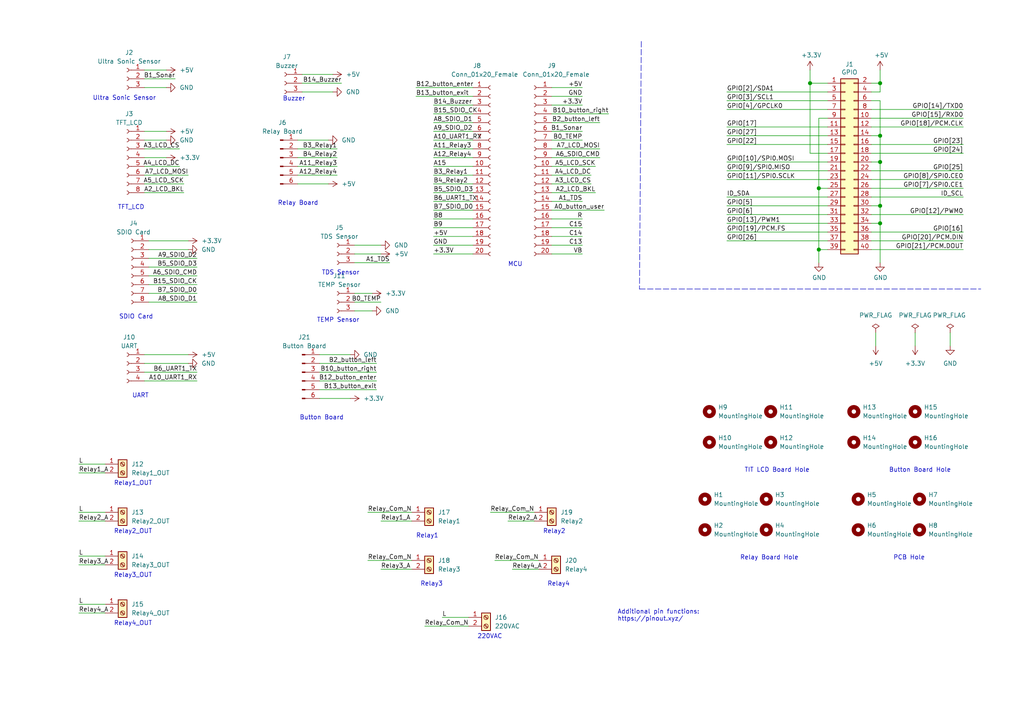
<source format=kicad_sch>
(kicad_sch (version 20211123) (generator eeschema)
  (paper "A4")
  (title_block (title "Aquarium") (date "2022-10-31") (rev "1.0"))
  (lib_symbols
    (symbol "Connector:Conn_01x03_Female" (pin_names (offset 1.016) hide)
      (property "Reference" "J" (at 0 5.08 0))
      (property "Value" "Conn_01x03_Female" (at 0 -5.08 0))
      (symbol "Conn_01x03_Female_1_1"
        (arc (start 0 -2.032) (mid -0.508 -2.54) (end 0 -3.048) (stroke (width 0.1524)))
        (polyline (pts (xy -1.27 -2.54) (xy -0.508 -2.54)) (stroke (width 0.1524)))
        (polyline (pts (xy -1.27 0) (xy -0.508 0)) (stroke (width 0.1524)))
        (polyline (pts (xy -1.27 2.54) (xy -0.508 2.54)) (stroke (width 0.1524)))
        (arc (start 0 0.508) (mid -0.508 0) (end 0 -0.508) (stroke (width 0.1524)))
        (arc (start 0 3.048) (mid -0.508 2.54) (end 0 2.032) (stroke (width 0.1524)))
        (pin passive line (at -5.08 2.54 0) (length 3.81) (name "Pin_1") (number "1"))
        (pin passive line (at -5.08 0 0) (length 3.81) (name "Pin_2") (number "2"))
        (pin passive line (at -5.08 -2.54 0) (length 3.81) (name "Pin_3") (number "3"))
      )
    )
    (symbol "Connector:Conn_01x04_Female" (pin_names (offset 1.016) hide)
      (property "Reference" "J" (at 0 5.08 0))
      (property "Value" "Conn_01x04_Female" (at 0 -7.62 0))
      (symbol "Conn_01x04_Female_1_1"
        (arc (start 0 -4.572) (mid -0.508 -5.08) (end 0 -5.588) (stroke (width 0.1524)))
        (arc (start 0 -2.032) (mid -0.508 -2.54) (end 0 -3.048) (stroke (width 0.1524)))
        (polyline (pts (xy -1.27 -5.08) (xy -0.508 -5.08)) (stroke (width 0.1524)))
        (polyline (pts (xy -1.27 -2.54) (xy -0.508 -2.54)) (stroke (width 0.1524)))
        (polyline (pts (xy -1.27 0) (xy -0.508 0)) (stroke (width 0.1524)))
        (polyline (pts (xy -1.27 2.54) (xy -0.508 2.54)) (stroke (width 0.1524)))
        (arc (start 0 0.508) (mid -0.508 0) (end 0 -0.508) (stroke (width 0.1524)))
        (arc (start 0 3.048) (mid -0.508 2.54) (end 0 2.032) (stroke (width 0.1524)))
        (pin passive line (at -5.08 2.54 0) (length 3.81) (name "Pin_1") (number "1"))
        (pin passive line (at -5.08 0 0) (length 3.81) (name "Pin_2") (number "2"))
        (pin passive line (at -5.08 -2.54 0) (length 3.81) (name "Pin_3") (number "3"))
        (pin passive line (at -5.08 -5.08 0) (length 3.81) (name "Pin_4") (number "4"))
      )
    )
    (symbol "Connector:Conn_01x06_Male" (pin_names (offset 1.016) hide)
      (property "Reference" "J" (at 0 7.62 0))
      (property "Value" "Conn_01x06_Male" (at 0 -10.16 0))
      (symbol "Conn_01x06_Male_1_1"
        (polyline (pts (xy 1.27 -7.62) (xy 0.8636 -7.62)) (stroke (width 0.1524)))
        (polyline (pts (xy 1.27 -5.08) (xy 0.8636 -5.08)) (stroke (width 0.1524)))
        (polyline (pts (xy 1.27 -2.54) (xy 0.8636 -2.54)) (stroke (width 0.1524)))
        (polyline (pts (xy 1.27 0) (xy 0.8636 0)) (stroke (width 0.1524)))
        (polyline (pts (xy 1.27 2.54) (xy 0.8636 2.54)) (stroke (width 0.1524)))
        (polyline (pts (xy 1.27 5.08) (xy 0.8636 5.08)) (stroke (width 0.1524)))
        (rectangle (start 0.8636 -7.493) (end 0 -7.747) (stroke (width 0.1524)) (fill (type outline)))
        (rectangle (start 0.8636 -4.953) (end 0 -5.207) (stroke (width 0.1524)) (fill (type outline)))
        (rectangle (start 0.8636 -2.413) (end 0 -2.667) (stroke (width 0.1524)) (fill (type outline)))
        (rectangle (start 0.8636 0.127) (end 0 -0.127) (stroke (width 0.1524)) (fill (type outline)))
        (rectangle (start 0.8636 2.667) (end 0 2.413) (stroke (width 0.1524)) (fill (type outline)))
        (rectangle (start 0.8636 5.207) (end 0 4.953) (stroke (width 0.1524)) (fill (type outline)))
        (pin passive line (at 5.08 5.08 180) (length 3.81) (name "Pin_1") (number "1"))
        (pin passive line (at 5.08 2.54 180) (length 3.81) (name "Pin_2") (number "2"))
        (pin passive line (at 5.08 0 180) (length 3.81) (name "Pin_3") (number "3"))
        (pin passive line (at 5.08 -2.54 180) (length 3.81) (name "Pin_4") (number "4"))
        (pin passive line (at 5.08 -5.08 180) (length 3.81) (name "Pin_5") (number "5"))
        (pin passive line (at 5.08 -7.62 180) (length 3.81) (name "Pin_6") (number "6"))
      )
    )
    (symbol "Connector:Conn_01x08_Female" (pin_names (offset 1.016) hide)
      (property "Reference" "J" (at 0 10.16 0))
      (property "Value" "Conn_01x08_Female" (at 0 -12.7 0))
      (symbol "Conn_01x08_Female_1_1"
        (arc (start 0 -9.652) (mid -0.508 -10.16) (end 0 -10.668) (stroke (width 0.1524)))
        (arc (start 0 -7.112) (mid -0.508 -7.62) (end 0 -8.128) (stroke (width 0.1524)))
        (arc (start 0 -4.572) (mid -0.508 -5.08) (end 0 -5.588) (stroke (width 0.1524)))
        (arc (start 0 -2.032) (mid -0.508 -2.54) (end 0 -3.048) (stroke (width 0.1524)))
        (polyline (pts (xy -1.27 -10.16) (xy -0.508 -10.16)) (stroke (width 0.1524)))
        (polyline (pts (xy -1.27 -7.62) (xy -0.508 -7.62)) (stroke (width 0.1524)))
        (polyline (pts (xy -1.27 -5.08) (xy -0.508 -5.08)) (stroke (width 0.1524)))
        (polyline (pts (xy -1.27 -2.54) (xy -0.508 -2.54)) (stroke (width 0.1524)))
        (polyline (pts (xy -1.27 0) (xy -0.508 0)) (stroke (width 0.1524)))
        (polyline (pts (xy -1.27 2.54) (xy -0.508 2.54)) (stroke (width 0.1524)))
        (polyline (pts (xy -1.27 5.08) (xy -0.508 5.08)) (stroke (width 0.1524)))
        (polyline (pts (xy -1.27 7.62) (xy -0.508 7.62)) (stroke (width 0.1524)))
        (arc (start 0 0.508) (mid -0.508 0) (end 0 -0.508) (stroke (width 0.1524)))
        (arc (start 0 3.048) (mid -0.508 2.54) (end 0 2.032) (stroke (width 0.1524)))
        (arc (start 0 5.588) (mid -0.508 5.08) (end 0 4.572) (stroke (width 0.1524)))
        (arc (start 0 8.128) (mid -0.508 7.62) (end 0 7.112) (stroke (width 0.1524)))
        (pin passive line (at -5.08 7.62 0) (length 3.81) (name "Pin_1") (number "1"))
        (pin passive line (at -5.08 5.08 0) (length 3.81) (name "Pin_2") (number "2"))
        (pin passive line (at -5.08 2.54 0) (length 3.81) (name "Pin_3") (number "3"))
        (pin passive line (at -5.08 0 0) (length 3.81) (name "Pin_4") (number "4"))
        (pin passive line (at -5.08 -2.54 0) (length 3.81) (name "Pin_5") (number "5"))
        (pin passive line (at -5.08 -5.08 0) (length 3.81) (name "Pin_6") (number "6"))
        (pin passive line (at -5.08 -7.62 0) (length 3.81) (name "Pin_7") (number "7"))
        (pin passive line (at -5.08 -10.16 0) (length 3.81) (name "Pin_8") (number "8"))
      )
    )
    (symbol "Connector:Conn_01x20_Female" (pin_names (offset 1.016) hide)
      (property "Reference" "J" (at 0 25.4 0))
      (property "Value" "Conn_01x20_Female" (at 0 -27.94 0))
      (symbol "Conn_01x20_Female_1_1"
        (arc (start 0 -24.892) (mid -0.508 -25.4) (end 0 -25.908) (stroke (width 0.1524)))
        (arc (start 0 -22.352) (mid -0.508 -22.86) (end 0 -23.368) (stroke (width 0.1524)))
        (arc (start 0 -19.812) (mid -0.508 -20.32) (end 0 -20.828) (stroke (width 0.1524)))
        (arc (start 0 -17.272) (mid -0.508 -17.78) (end 0 -18.288) (stroke (width 0.1524)))
        (arc (start 0 -14.732) (mid -0.508 -15.24) (end 0 -15.748) (stroke (width 0.1524)))
        (arc (start 0 -12.192) (mid -0.508 -12.7) (end 0 -13.208) (stroke (width 0.1524)))
        (arc (start 0 -9.652) (mid -0.508 -10.16) (end 0 -10.668) (stroke (width 0.1524)))
        (arc (start 0 -7.112) (mid -0.508 -7.62) (end 0 -8.128) (stroke (width 0.1524)))
        (arc (start 0 -4.572) (mid -0.508 -5.08) (end 0 -5.588) (stroke (width 0.1524)))
        (arc (start 0 -2.032) (mid -0.508 -2.54) (end 0 -3.048) (stroke (width 0.1524)))
        (polyline (pts (xy -1.27 -25.4) (xy -0.508 -25.4)) (stroke (width 0.1524)))
        (polyline (pts (xy -1.27 -22.86) (xy -0.508 -22.86)) (stroke (width 0.1524)))
        (polyline (pts (xy -1.27 -20.32) (xy -0.508 -20.32)) (stroke (width 0.1524)))
        (polyline (pts (xy -1.27 -17.78) (xy -0.508 -17.78)) (stroke (width 0.1524)))
        (polyline (pts (xy -1.27 -15.24) (xy -0.508 -15.24)) (stroke (width 0.1524)))
        (polyline (pts (xy -1.27 -12.7) (xy -0.508 -12.7)) (stroke (width 0.1524)))
        (polyline (pts (xy -1.27 -10.16) (xy -0.508 -10.16)) (stroke (width 0.1524)))
        (polyline (pts (xy -1.27 -7.62) (xy -0.508 -7.62)) (stroke (width 0.1524)))
        (polyline (pts (xy -1.27 -5.08) (xy -0.508 -5.08)) (stroke (width 0.1524)))
        (polyline (pts (xy -1.27 -2.54) (xy -0.508 -2.54)) (stroke (width 0.1524)))
        (polyline (pts (xy -1.27 0) (xy -0.508 0)) (stroke (width 0.1524)))
        (polyline (pts (xy -1.27 2.54) (xy -0.508 2.54)) (stroke (width 0.1524)))
        (polyline (pts (xy -1.27 5.08) (xy -0.508 5.08)) (stroke (width 0.1524)))
        (polyline (pts (xy -1.27 7.62) (xy -0.508 7.62)) (stroke (width 0.1524)))
        (polyline (pts (xy -1.27 10.16) (xy -0.508 10.16)) (stroke (width 0.1524)))
        (polyline (pts (xy -1.27 12.7) (xy -0.508 12.7)) (stroke (width 0.1524)))
        (polyline (pts (xy -1.27 15.24) (xy -0.508 15.24)) (stroke (width 0.1524)))
        (polyline (pts (xy -1.27 17.78) (xy -0.508 17.78)) (stroke (width 0.1524)))
        (polyline (pts (xy -1.27 20.32) (xy -0.508 20.32)) (stroke (width 0.1524)))
        (polyline (pts (xy -1.27 22.86) (xy -0.508 22.86)) (stroke (width 0.1524)))
        (arc (start 0 0.508) (mid -0.508 0) (end 0 -0.508) (stroke (width 0.1524)))
        (arc (start 0 3.048) (mid -0.508 2.54) (end 0 2.032) (stroke (width 0.1524)))
        (arc (start 0 5.588) (mid -0.508 5.08) (end 0 4.572) (stroke (width 0.1524)))
        (arc (start 0 8.128) (mid -0.508 7.62) (end 0 7.112) (stroke (width 0.1524)))
        (arc (start 0 10.668) (mid -0.508 10.16) (end 0 9.652) (stroke (width 0.1524)))
        (arc (start 0 13.208) (mid -0.508 12.7) (end 0 12.192) (stroke (width 0.1524)))
        (arc (start 0 15.748) (mid -0.508 15.24) (end 0 14.732) (stroke (width 0.1524)))
        (arc (start 0 18.288) (mid -0.508 17.78) (end 0 17.272) (stroke (width 0.1524)))
        (arc (start 0 20.828) (mid -0.508 20.32) (end 0 19.812) (stroke (width 0.1524)))
        (arc (start 0 23.368) (mid -0.508 22.86) (end 0 22.352) (stroke (width 0.1524)))
        (pin passive line (at -5.08 22.86 0) (length 3.81) (name "Pin_1") (number "1"))
        (pin passive line (at -5.08 0 0) (length 3.81) (name "Pin_10") (number "10"))
        (pin passive line (at -5.08 -2.54 0) (length 3.81) (name "Pin_11") (number "11"))
        (pin passive line (at -5.08 -5.08 0) (length 3.81) (name "Pin_12") (number "12"))
        (pin passive line (at -5.08 -7.62 0) (length 3.81) (name "Pin_13") (number "13"))
        (pin passive line (at -5.08 -10.16 0) (length 3.81) (name "Pin_14") (number "14"))
        (pin passive line (at -5.08 -12.7 0) (length 3.81) (name "Pin_15") (number "15"))
        (pin passive line (at -5.08 -15.24 0) (length 3.81) (name "Pin_16") (number "16"))
        (pin passive line (at -5.08 -17.78 0) (length 3.81) (name "Pin_17") (number "17"))
        (pin passive line (at -5.08 -20.32 0) (length 3.81) (name "Pin_18") (number "18"))
        (pin passive line (at -5.08 -22.86 0) (length 3.81) (name "Pin_19") (number "19"))
        (pin passive line (at -5.08 20.32 0) (length 3.81) (name "Pin_2") (number "2"))
        (pin passive line (at -5.08 -25.4 0) (length 3.81) (name "Pin_20") (number "20"))
        (pin passive line (at -5.08 17.78 0) (length 3.81) (name "Pin_3") (number "3"))
        (pin passive line (at -5.08 15.24 0) (length 3.81) (name "Pin_4") (number "4"))
        (pin passive line (at -5.08 12.7 0) (length 3.81) (name "Pin_5") (number "5"))
        (pin passive line (at -5.08 10.16 0) (length 3.81) (name "Pin_6") (number "6"))
        (pin passive line (at -5.08 7.62 0) (length 3.81) (name "Pin_7") (number "7"))
        (pin passive line (at -5.08 5.08 0) (length 3.81) (name "Pin_8") (number "8"))
        (pin passive line (at -5.08 2.54 0) (length 3.81) (name "Pin_9") (number "9"))
      )
    )
    (symbol "Connector:Screw_Terminal_01x02" (pin_names (offset 1.016) hide)
      (property "Reference" "J" (at 0 2.54 0))
      (property "Value" "Screw_Terminal_01x02" (at 0 -5.08 0))
      (symbol "Screw_Terminal_01x02_1_1"
        (rectangle (start -1.27 1.27) (end 1.27 -3.81) (stroke (width 0.254)) (fill (type background)))
        (circle (center 0 -2.54) (radius 0.635) (stroke (width 0.1524)))
        (polyline (pts (xy -0.5334 -2.2098) (xy 0.3302 -3.048)) (stroke (width 0.1524)))
        (polyline (pts (xy -0.5334 0.3302) (xy 0.3302 -0.508)) (stroke (width 0.1524)))
        (polyline (pts (xy -0.3556 -2.032) (xy 0.508 -2.8702)) (stroke (width 0.1524)))
        (polyline (pts (xy -0.3556 0.508) (xy 0.508 -0.3302)) (stroke (width 0.1524)))
        (circle (center 0 0) (radius 0.635) (stroke (width 0.1524)))
        (pin passive line (at -5.08 0 0) (length 3.81) (name "Pin_1") (number "1"))
        (pin passive line (at -5.08 -2.54 0) (length 3.81) (name "Pin_2") (number "2"))
      )
    )
    (symbol "Connector_Generic:Conn_02x20_Odd_Even" (pin_names (offset 1.016) hide)
      (property "Reference" "J" (at 1.27 25.4 0))
      (property "Value" "Conn_02x20_Odd_Even" (at 1.27 -27.94 0))
      (symbol "Conn_02x20_Odd_Even_1_1"
        (rectangle (start -1.27 -25.273) (end 0 -25.527) (stroke (width 0.1524)))
        (rectangle (start -1.27 -22.733) (end 0 -22.987) (stroke (width 0.1524)))
        (rectangle (start -1.27 -20.193) (end 0 -20.447) (stroke (width 0.1524)))
        (rectangle (start -1.27 -17.653) (end 0 -17.907) (stroke (width 0.1524)))
        (rectangle (start -1.27 -15.113) (end 0 -15.367) (stroke (width 0.1524)))
        (rectangle (start -1.27 -12.573) (end 0 -12.827) (stroke (width 0.1524)))
        (rectangle (start -1.27 -10.033) (end 0 -10.287) (stroke (width 0.1524)))
        (rectangle (start -1.27 -7.493) (end 0 -7.747) (stroke (width 0.1524)))
        (rectangle (start -1.27 -4.953) (end 0 -5.207) (stroke (width 0.1524)))
        (rectangle (start -1.27 -2.413) (end 0 -2.667) (stroke (width 0.1524)))
        (rectangle (start -1.27 0.127) (end 0 -0.127) (stroke (width 0.1524)))
        (rectangle (start -1.27 2.667) (end 0 2.413) (stroke (width 0.1524)))
        (rectangle (start -1.27 5.207) (end 0 4.953) (stroke (width 0.1524)))
        (rectangle (start -1.27 7.747) (end 0 7.493) (stroke (width 0.1524)))
        (rectangle (start -1.27 10.287) (end 0 10.033) (stroke (width 0.1524)))
        (rectangle (start -1.27 12.827) (end 0 12.573) (stroke (width 0.1524)))
        (rectangle (start -1.27 15.367) (end 0 15.113) (stroke (width 0.1524)))
        (rectangle (start -1.27 17.907) (end 0 17.653) (stroke (width 0.1524)))
        (rectangle (start -1.27 20.447) (end 0 20.193) (stroke (width 0.1524)))
        (rectangle (start -1.27 22.987) (end 0 22.733) (stroke (width 0.1524)))
        (rectangle (start -1.27 24.13) (end 3.81 -26.67) (stroke (width 0.254)) (fill (type background)))
        (rectangle (start 3.81 -25.273) (end 2.54 -25.527) (stroke (width 0.1524)))
        (rectangle (start 3.81 -22.733) (end 2.54 -22.987) (stroke (width 0.1524)))
        (rectangle (start 3.81 -20.193) (end 2.54 -20.447) (stroke (width 0.1524)))
        (rectangle (start 3.81 -17.653) (end 2.54 -17.907) (stroke (width 0.1524)))
        (rectangle (start 3.81 -15.113) (end 2.54 -15.367) (stroke (width 0.1524)))
        (rectangle (start 3.81 -12.573) (end 2.54 -12.827) (stroke (width 0.1524)))
        (rectangle (start 3.81 -10.033) (end 2.54 -10.287) (stroke (width 0.1524)))
        (rectangle (start 3.81 -7.493) (end 2.54 -7.747) (stroke (width 0.1524)))
        (rectangle (start 3.81 -4.953) (end 2.54 -5.207) (stroke (width 0.1524)))
        (rectangle (start 3.81 -2.413) (end 2.54 -2.667) (stroke (width 0.1524)))
        (rectangle (start 3.81 0.127) (end 2.54 -0.127) (stroke (width 0.1524)))
        (rectangle (start 3.81 2.667) (end 2.54 2.413) (stroke (width 0.1524)))
        (rectangle (start 3.81 5.207) (end 2.54 4.953) (stroke (width 0.1524)))
        (rectangle (start 3.81 7.747) (end 2.54 7.493) (stroke (width 0.1524)))
        (rectangle (start 3.81 10.287) (end 2.54 10.033) (stroke (width 0.1524)))
        (rectangle (start 3.81 12.827) (end 2.54 12.573) (stroke (width 0.1524)))
        (rectangle (start 3.81 15.367) (end 2.54 15.113) (stroke (width 0.1524)))
        (rectangle (start 3.81 17.907) (end 2.54 17.653) (stroke (width 0.1524)))
        (rectangle (start 3.81 20.447) (end 2.54 20.193) (stroke (width 0.1524)))
        (rectangle (start 3.81 22.987) (end 2.54 22.733) (stroke (width 0.1524)))
        (pin passive line (at -5.08 22.86 0) (length 3.81) (name "Pin_1") (number "1"))
        (pin passive line (at 7.62 12.7 180) (length 3.81) (name "Pin_10") (number "10"))
        (pin passive line (at -5.08 10.16 0) (length 3.81) (name "Pin_11") (number "11"))
        (pin passive line (at 7.62 10.16 180) (length 3.81) (name "Pin_12") (number "12"))
        (pin passive line (at -5.08 7.62 0) (length 3.81) (name "Pin_13") (number "13"))
        (pin passive line (at 7.62 7.62 180) (length 3.81) (name "Pin_14") (number "14"))
        (pin passive line (at -5.08 5.08 0) (length 3.81) (name "Pin_15") (number "15"))
        (pin passive line (at 7.62 5.08 180) (length 3.81) (name "Pin_16") (number "16"))
        (pin passive line (at -5.08 2.54 0) (length 3.81) (name "Pin_17") (number "17"))
        (pin passive line (at 7.62 2.54 180) (length 3.81) (name "Pin_18") (number "18"))
        (pin passive line (at -5.08 0 0) (length 3.81) (name "Pin_19") (number "19"))
        (pin passive line (at 7.62 22.86 180) (length 3.81) (name "Pin_2") (number "2"))
        (pin passive line (at 7.62 0 180) (length 3.81) (name "Pin_20") (number "20"))
        (pin passive line (at -5.08 -2.54 0) (length 3.81) (name "Pin_21") (number "21"))
        (pin passive line (at 7.62 -2.54 180) (length 3.81) (name "Pin_22") (number "22"))
        (pin passive line (at -5.08 -5.08 0) (length 3.81) (name "Pin_23") (number "23"))
        (pin passive line (at 7.62 -5.08 180) (length 3.81) (name "Pin_24") (number "24"))
        (pin passive line (at -5.08 -7.62 0) (length 3.81) (name "Pin_25") (number "25"))
        (pin passive line (at 7.62 -7.62 180) (length 3.81) (name "Pin_26") (number "26"))
        (pin passive line (at -5.08 -10.16 0) (length 3.81) (name "Pin_27") (number "27"))
        (pin passive line (at 7.62 -10.16 180) (length 3.81) (name "Pin_28") (number "28"))
        (pin passive line (at -5.08 -12.7 0) (length 3.81) (name "Pin_29") (number "29"))
        (pin passive line (at -5.08 20.32 0) (length 3.81) (name "Pin_3") (number "3"))
        (pin passive line (at 7.62 -12.7 180) (length 3.81) (name "Pin_30") (number "30"))
        (pin passive line (at -5.08 -15.24 0) (length 3.81) (name "Pin_31") (number "31"))
        (pin passive line (at 7.62 -15.24 180) (length 3.81) (name "Pin_32") (number "32"))
        (pin passive line (at -5.08 -17.78 0) (length 3.81) (name "Pin_33") (number "33"))
        (pin passive line (at 7.62 -17.78 180) (length 3.81) (name "Pin_34") (number "34"))
        (pin passive line (at -5.08 -20.32 0) (length 3.81) (name "Pin_35") (number "35"))
        (pin passive line (at 7.62 -20.32 180) (length 3.81) (name "Pin_36") (number "36"))
        (pin passive line (at -5.08 -22.86 0) (length 3.81) (name "Pin_37") (number "37"))
        (pin passive line (at 7.62 -22.86 180) (length 3.81) (name "Pin_38") (number "38"))
        (pin passive line (at -5.08 -25.4 0) (length 3.81) (name "Pin_39") (number "39"))
        (pin passive line (at 7.62 20.32 180) (length 3.81) (name "Pin_4") (number "4"))
        (pin passive line (at 7.62 -25.4 180) (length 3.81) (name "Pin_40") (number "40"))
        (pin passive line (at -5.08 17.78 0) (length 3.81) (name "Pin_5") (number "5"))
        (pin passive line (at 7.62 17.78 180) (length 3.81) (name "Pin_6") (number "6"))
        (pin passive line (at -5.08 15.24 0) (length 3.81) (name "Pin_7") (number "7"))
        (pin passive line (at 7.62 15.24 180) (length 3.81) (name "Pin_8") (number "8"))
        (pin passive line (at -5.08 12.7 0) (length 3.81) (name "Pin_9") (number "9"))
      )
    )
    (symbol "Mechanical:MountingHole" (pin_names (offset 1.016))
      (property "Reference" "H" (at 0 5.08 0))
      (property "Value" "MountingHole" (at 0 3.175 0))
      (symbol "MountingHole_0_1"
        (circle (center 0 0) (radius 1.27) (stroke (width 1.27)))
      )
    )
    (symbol "power:+3.3V" (power) (pin_names (offset 0))
      (property "Value" "+3.3V" (at 0 3.556 0))
      (symbol "+3.3V_0_1"
        (polyline (pts (xy -0.762 1.27) (xy 0 2.54)))
        (polyline (pts (xy 0 0) (xy 0 2.54)))
        (polyline (pts (xy 0 2.54) (xy 0.762 1.27)))
      )
      (symbol "+3.3V_1_1"
        (pin power_in line (at 0 0 90) (length 0) hide (name "+3.3V") (number "1"))
      )
    )
    (symbol "power:+5V" (power) (pin_names (offset 0))
      (property "Value" "+5V" (at 0 3.556 0))
      (symbol "+5V_0_1"
        (polyline (pts (xy -0.762 1.27) (xy 0 2.54)))
        (polyline (pts (xy 0 0) (xy 0 2.54)))
        (polyline (pts (xy 0 2.54) (xy 0.762 1.27)))
      )
      (symbol "+5V_1_1"
        (pin power_in line (at 0 0 90) (length 0) hide (name "+5V") (number "1"))
      )
    )
    (symbol "power:GND" (power) (pin_names (offset 0))
      (property "Value" "GND" (at 0 -3.81 0))
      (symbol "GND_0_1"
        (polyline (pts (xy 0 0) (xy 0 -1.27) (xy 1.27 -1.27) (xy 0 -2.54) (xy -1.27 -1.27) (xy 0 -1.27)))
      )
      (symbol "GND_1_1"
        (pin power_in line (at 0 0 270) (length 0) hide (name "GND") (number "1"))
      )
    )
    (symbol "power:PWR_FLAG" (power) (pin_numbers hide) (pin_names (offset 0) hide)
      (property "Value" "PWR_FLAG" (at 0 3.81 0))
      (symbol "PWR_FLAG_0_0"
        (pin power_out line (at 0 0 90) (length 0) (name "pwr") (number "1"))
      )
      (symbol "PWR_FLAG_0_1"
        (polyline (pts (xy 0 0) (xy 0 1.27) (xy -1.016 1.905) (xy 0 2.54) (xy 1.016 1.905) (xy 0 1.27)))
      )
    )
  )
  (junction (at 255.27 24.13) (diameter 1.016))
  (junction (at 255.27 39.37) (diameter 1.016))
  (junction (at 237.49 72.39) (diameter 1.016))
  (junction (at 237.49 54.61) (diameter 1.016))
  (junction (at 255.27 64.77) (diameter 1.016))
  (junction (at 255.27 59.69) (diameter 1.016))
  (junction (at 255.27 46.99) (diameter 1.016))
  (junction (at 234.95 24.13) (diameter 1.016))
  (wire (pts (xy 237.49 54.61) (xy 237.49 72.39)))
  (wire (pts (xy 252.73 54.61) (xy 279.4 54.61)))
  (wire (pts (xy 147.32 151.13) (xy 154.94 151.13)))
  (wire (pts (xy 106.68 162.56) (xy 119.38 162.56)))
  (wire (pts (xy 87.63 21.59) (xy 96.52 21.59)))
  (wire (pts (xy 160.02 53.34) (xy 171.45 53.34)))
  (wire (pts (xy 110.49 165.1) (xy 119.38 165.1)))
  (wire (pts (xy 240.03 36.83) (xy 210.82 36.83)))
  (wire (pts (xy 255.27 29.21) (xy 255.27 39.37)))
  (wire (pts (xy 102.87 76.2) (xy 113.03 76.2)))
  (wire (pts (xy 125.73 43.18) (xy 137.16 43.18)))
  (wire (pts (xy 86.36 45.72) (xy 97.79 45.72)))
  (wire (pts (xy 41.91 45.72) (xy 48.26 45.72)))
  (wire (pts (xy 125.73 40.64) (xy 137.16 40.64)))
  (wire (pts (xy 43.18 87.63) (xy 57.15 87.63)))
  (wire (pts (xy 255.27 46.99) (xy 252.73 46.99)))
  (wire (pts (xy 160.02 60.96) (xy 175.26 60.96)))
  (wire (pts (xy 160.02 50.8) (xy 171.45 50.8)))
  (wire (pts (xy 160.02 35.56) (xy 173.99 35.56)))
  (wire (pts (xy 255.27 59.69) (xy 255.27 64.77)))
  (wire (pts (xy 160.02 55.88) (xy 172.72 55.88)))
  (wire (pts (xy 255.27 46.99) (xy 255.27 59.69)))
  (wire (pts (xy 252.73 31.75) (xy 279.4 31.75)))
  (wire (pts (xy 43.18 80.01) (xy 57.15 80.01)))
  (wire (pts (xy 41.91 48.26) (xy 52.07 48.26)))
  (wire (pts (xy 237.49 34.29) (xy 237.49 54.61)))
  (wire (pts (xy 160.02 33.02) (xy 176.53 33.02)))
  (wire (pts (xy 92.71 110.49) (xy 109.22 110.49)))
  (wire (pts (xy 41.91 53.34) (xy 53.34 53.34)))
  (wire (pts (xy 92.71 115.57) (xy 101.6 115.57)))
  (wire (pts (xy 143.51 162.56) (xy 156.21 162.56)))
  (wire (pts (xy 125.73 35.56) (xy 137.16 35.56)))
  (wire (pts (xy 237.49 34.29) (xy 240.03 34.29)))
  (wire (pts (xy 252.73 52.07) (xy 279.4 52.07)))
  (wire (pts (xy 240.03 57.15) (xy 210.82 57.15)))
  (wire (pts (xy 160.02 68.58) (xy 168.91 68.58)))
  (wire (pts (xy 210.82 59.69) (xy 240.03 59.69)))
  (wire (pts (xy 102.87 71.12) (xy 110.49 71.12)))
  (wire (pts (xy 160.02 73.66) (xy 168.91 73.66)))
  (wire (pts (xy 125.73 53.34) (xy 137.16 53.34)))
  (wire (pts (xy 41.91 38.1) (xy 48.26 38.1)))
  (wire (pts (xy 102.87 73.66) (xy 110.49 73.66)))
  (wire (pts (xy 125.73 55.88) (xy 137.16 55.88)))
  (wire (pts (xy 22.86 175.26) (xy 30.48 175.26)))
  (wire (pts (xy 237.49 54.61) (xy 240.03 54.61)))
  (wire (pts (xy 254 96.52) (xy 254 100.33)))
  (wire (pts (xy 160.02 30.48) (xy 168.91 30.48)))
  (wire (pts (xy 125.73 45.72) (xy 137.16 45.72)))
  (wire (pts (xy 160.02 27.94) (xy 168.91 27.94)))
  (wire (pts (xy 252.73 41.91) (xy 279.4 41.91)))
  (wire (pts (xy 160.02 63.5) (xy 168.91 63.5)))
  (wire (pts (xy 125.73 71.12) (xy 137.16 71.12)))
  (wire (pts (xy 41.91 50.8) (xy 54.61 50.8)))
  (wire (pts (xy 125.73 33.02) (xy 137.16 33.02)))
  (wire (pts (xy 106.68 148.59) (xy 119.38 148.59)))
  (wire (pts (xy 41.91 20.32) (xy 48.26 20.32)))
  (wire (pts (xy 125.73 66.04) (xy 137.16 66.04)))
  (wire (pts (xy 252.73 72.39) (xy 279.4 72.39)))
  (wire (pts (xy 237.49 72.39) (xy 237.49 76.2)))
  (wire (pts (xy 210.82 39.37) (xy 240.03 39.37)))
  (wire (pts (xy 125.73 60.96) (xy 137.16 60.96)))
  (wire (pts (xy 41.91 55.88) (xy 53.34 55.88)))
  (wire (pts (xy 234.95 20.32) (xy 234.95 24.13)))
  (wire (pts (xy 160.02 38.1) (xy 168.91 38.1)))
  (wire (pts (xy 125.73 68.58) (xy 137.16 68.58)))
  (wire (pts (xy 22.86 163.83) (xy 30.48 163.83)))
  (wire (pts (xy 160.02 58.42) (xy 168.91 58.42)))
  (wire (pts (xy 22.86 137.16) (xy 30.48 137.16)))
  (wire (pts (xy 255.27 64.77) (xy 252.73 64.77)))
  (wire (pts (xy 128.27 179.07) (xy 135.89 179.07)))
  (wire (pts (xy 41.91 25.4) (xy 48.26 25.4)))
  (wire (pts (xy 210.82 29.21) (xy 240.03 29.21)))
  (wire (pts (xy 102.87 87.63) (xy 110.49 87.63)))
  (wire (pts (xy 210.82 52.07) (xy 240.03 52.07)))
  (wire (pts (xy 125.73 63.5) (xy 137.16 63.5)))
  (wire (pts (xy 41.91 43.18) (xy 52.07 43.18)))
  (wire (pts (xy 43.18 77.47) (xy 57.15 77.47)))
  (wire (pts (xy 234.95 44.45) (xy 240.03 44.45)))
  (wire (pts (xy 41.91 40.64) (xy 48.26 40.64)))
  (wire (pts (xy 160.02 48.26) (xy 172.72 48.26)))
  (wire (pts (xy 92.71 107.95) (xy 109.22 107.95)))
  (wire (pts (xy 240.03 26.67) (xy 210.82 26.67)))
  (wire (pts (xy 255.27 24.13) (xy 255.27 26.67)))
  (wire (pts (xy 92.71 102.87) (xy 101.6 102.87)))
  (wire (pts (xy 160.02 43.18) (xy 173.99 43.18)))
  (wire (pts (xy 41.91 105.41) (xy 54.61 105.41)))
  (wire (pts (xy 160.02 45.72) (xy 173.99 45.72)))
  (wire (pts (xy 255.27 39.37) (xy 255.27 46.99)))
  (wire (pts (xy 252.73 36.83) (xy 279.4 36.83)))
  (wire (pts (xy 43.18 69.85) (xy 54.61 69.85)))
  (wire (pts (xy 255.27 39.37) (xy 252.73 39.37)))
  (wire (pts (xy 148.59 165.1) (xy 156.21 165.1)))
  (wire (pts (xy 43.18 74.93) (xy 57.15 74.93)))
  (wire (pts (xy 255.27 20.32) (xy 255.27 24.13)))
  (wire (pts (xy 125.73 50.8) (xy 137.16 50.8)))
  (wire (pts (xy 210.82 31.75) (xy 240.03 31.75)))
  (wire (pts (xy 255.27 24.13) (xy 252.73 24.13)))
  (wire (pts (xy 234.95 24.13) (xy 234.95 44.45)))
  (wire (pts (xy 252.73 44.45) (xy 279.4 44.45)))
  (wire (pts (xy 252.73 34.29) (xy 279.4 34.29)))
  (wire (pts (xy 43.18 72.39) (xy 54.61 72.39)))
  (wire (pts (xy 160.02 25.4) (xy 168.91 25.4)))
  (wire (pts (xy 102.87 85.09) (xy 107.95 85.09)))
  (wire (pts (xy 125.73 58.42) (xy 137.16 58.42)))
  (wire (pts (xy 120.65 25.4) (xy 137.16 25.4)))
  (wire (pts (xy 265.43 96.52) (xy 265.43 100.33)))
  (wire (pts (xy 87.63 24.13) (xy 99.06 24.13)))
  (wire (pts (xy 210.82 41.91) (xy 240.03 41.91)))
  (wire (pts (xy 210.82 49.53) (xy 240.03 49.53)))
  (wire (pts (xy 275.59 96.52) (xy 275.59 100.33)))
  (wire (pts (xy 110.49 151.13) (xy 119.38 151.13)))
  (wire (pts (xy 210.82 62.23) (xy 240.03 62.23)))
  (wire (pts (xy 160.02 66.04) (xy 168.91 66.04)))
  (wire (pts (xy 255.27 26.67) (xy 252.73 26.67)))
  (wire (pts (xy 86.36 50.8) (xy 97.79 50.8)))
  (wire (pts (xy 41.91 22.86) (xy 50.8 22.86)))
  (wire (pts (xy 210.82 67.31) (xy 240.03 67.31)))
  (wire (pts (xy 43.18 85.09) (xy 57.15 85.09)))
  (wire (pts (xy 22.86 151.13) (xy 30.48 151.13)))
  (wire (pts (xy 252.73 67.31) (xy 279.4 67.31)))
  (wire (pts (xy 142.24 148.59) (xy 154.94 148.59)))
  (wire (pts (xy 252.73 62.23) (xy 279.4 62.23)))
  (wire (pts (xy 237.49 72.39) (xy 240.03 72.39)))
  (wire (pts (xy 22.86 161.29) (xy 30.48 161.29)))
  (wire (pts (xy 41.91 110.49) (xy 57.15 110.49)))
  (wire (pts (xy 252.73 69.85) (xy 279.4 69.85)))
  (wire (pts (xy 123.19 181.61) (xy 135.89 181.61)))
  (wire (pts (xy 255.27 29.21) (xy 252.73 29.21)))
  (wire (pts (xy 41.91 102.87) (xy 54.61 102.87)))
  (wire (pts (xy 210.82 69.85) (xy 240.03 69.85)))
  (wire (pts (xy 92.71 113.03) (xy 109.22 113.03)))
  (wire (pts (xy 125.73 48.26) (xy 137.16 48.26)))
  (wire (pts (xy 160.02 71.12) (xy 168.91 71.12)))
  (wire (pts (xy 22.86 148.59) (xy 30.48 148.59)))
  (wire (pts (xy 120.65 27.94) (xy 137.16 27.94)))
  (wire (pts (xy 92.71 105.41) (xy 109.22 105.41)))
  (wire (pts (xy 86.36 40.64) (xy 95.25 40.64)))
  (polyline (pts (xy 186 12) (xy 185.48 83.82)))
  (wire (pts (xy 43.18 82.55) (xy 57.15 82.55)))
  (wire (pts (xy 255.27 64.77) (xy 255.27 76.2)))
  (wire (pts (xy 252.73 49.53) (xy 279.4 49.53)))
  (wire (pts (xy 160.02 40.64) (xy 168.91 40.64)))
  (wire (pts (xy 240.03 64.77) (xy 210.82 64.77)))
  (wire (pts (xy 86.36 43.18) (xy 97.79 43.18)))
  (wire (pts (xy 125.73 38.1) (xy 137.16 38.1)))
  (wire (pts (xy 22.86 134.62) (xy 30.48 134.62)))
  (wire (pts (xy 255.27 59.69) (xy 252.73 59.69)))
  (wire (pts (xy 125.73 73.66) (xy 137.16 73.66)))
  (wire (pts (xy 41.91 107.95) (xy 57.15 107.95)))
  (wire (pts (xy 22.86 177.8) (xy 30.48 177.8)))
  (wire (pts (xy 234.95 24.13) (xy 240.03 24.13)))
  (wire (pts (xy 86.36 53.34) (xy 95.25 53.34)))
  (polyline (pts (xy 185.48 83.82) (xy 284.48 83.82)))
  (wire (pts (xy 125.73 30.48) (xy 137.16 30.48)))
  (wire (pts (xy 86.36 48.26) (xy 97.79 48.26)))
  (wire (pts (xy 87.63 26.67) (xy 96.52 26.67)))
  (wire (pts (xy 240.03 46.99) (xy 210.82 46.99)))
  (wire (pts (xy 252.73 57.15) (xy 279.4 57.15)))
  (wire (pts (xy 102.87 90.17) (xy 107.95 90.17)))
  (text "초음파센서" (at 41.27 23.27 180) (effects (font (size 1.27 1.27)) (justify right bottom)))
  (text "Relay4" (at 158.75 170.18 0) (effects (font (size 1.27 1.27)) (justify left bottom)))
  (text "초음파센서" (at 84.54 23.46 180) (effects (font (size 1.27 1.27)) (justify right bottom)))
  (text "Relay1" (at 120.65 156.21 0) (effects (font (size 1.27 1.27)) (justify left bottom)))
  (text "Relay4_OUT" (at 33.02 181.61 0) (effects (font (size 1.27 1.27)) (justify left bottom)))
  (text "PCB Hole\n" (at 259.08 162.56 0) (effects (font (size 1.27 1.27)) (justify left bottom)))
  (text "초음파센서" (at 98.02 89.4 180) (effects (font (size 1.27 1.27)) (justify right bottom)))
  (text "Additional pin functions:\nhttps://pinout.xyz/" (at 179.07 180.34 0) (effects (font (size 1.27 1.27)) (justify left bottom)))
  (text "초음파센서" (at 99.02 86.4 180) (effects (font (size 1.27 1.27)) (justify right bottom)))
  (text "Relay Board Hole" (at 214.63 162.56 0) (effects (font (size 1.27 1.27)) (justify left bottom)))
  (text "Relay1_OUT" (at 33.02 140.97 0) (effects (font (size 1.27 1.27)) (justify left bottom)))
  (text "Button Board" (at 86.89 121.96 0) (effects (font (size 1.27 1.27)) (justify left bottom)))
  (text "초음파센서" (at 102.23 74.07 180) (effects (font (size 1.27 1.27)) (justify right bottom)))
  (text "초음파센서" (at 40.27 26.27 180) (effects (font (size 1.27 1.27)) (justify right bottom)))
  (text "초음파센서" (at 101.23 77.07 180) (effects (font (size 1.27 1.27)) (justify right bottom)))
  (text "Relay2_OUT" (at 33.02 154.94 0) (effects (font (size 1.27 1.27)) (justify left bottom)))
  (text "초으마센서" (at 93.98 83.82 0) (effects (font (size 1.27 1.27)) (justify left bottom)))
  (text "Button Board Hole" (at 257.81 137.16 0) (effects (font (size 1.27 1.27)) (justify left bottom)))
  (text "TDS Sensor" (at 104.32 79.92 180) (effects (font (size 1.27 1.27)) (justify right bottom)))
  (text "SDIO Card" (at 44.45 92.71 180) (effects (font (size 1.27 1.27)) (justify right bottom)))
  (text "Relay3" (at 121.92 170.18 0) (effects (font (size 1.27 1.27)) (justify left bottom)))
  (text "Relay3_OUT" (at 33.02 167.64 0) (effects (font (size 1.27 1.27)) (justify left bottom)))
  (text "초음파센서" (at 99.05 72.65 180) (effects (font (size 1.27 1.27)) (justify right bottom)))
  (text "초으마센서" (at 94.01 70.07 0) (effects (font (size 1.27 1.27)) (justify left bottom)))
  (text "UART" (at 43.18 115.57 180) (effects (font (size 1.27 1.27)) (justify right bottom)))
  (text "TEMP Sensor" (at 104.29 93.67 180) (effects (font (size 1.27 1.27)) (justify right bottom)))
  (text "초음파센서" (at 83.54 26.46 180) (effects (font (size 1.27 1.27)) (justify right bottom)))
  (text "초으마센서" (at 20.35 19.27 0) (effects (font (size 1.27 1.27)) (justify left bottom)))
  (text "Relay2" (at 157.48 154.94 0) (effects (font (size 1.27 1.27)) (justify left bottom)))
  (text "TFT_LCD" (at 41.91 60.96 180) (effects (font (size 1.27 1.27)) (justify right bottom)))
  (text "220VAC" (at 138.43 185.42 0) (effects (font (size 1.27 1.27)) (justify left bottom)))
  (text "초음파센서" (at 101.2 90.82 180) (effects (font (size 1.27 1.27)) (justify right bottom)))
  (text "초음파센서" (at 102.2 87.82 180) (effects (font (size 1.27 1.27)) (justify right bottom)))
  (text "Ultra Sonic Sensor" (at 45.27 29.27 180) (effects (font (size 1.27 1.27)) (justify right bottom)))
  (text "초음파센서" (at 98.05 75.65 180) (effects (font (size 1.27 1.27)) (justify right bottom)))
  (text "MCU" (at 147.32 77.47 0) (effects (font (size 1.27 1.27)) (justify left bottom)))
  (text "Buzzer" (at 88.54 29.46 180) (effects (font (size 1.27 1.27)) (justify right bottom)))
  (text "TIT LCD Board Hole" (at 215.9 137.16 0) (effects (font (size 1.27 1.27)) (justify left bottom)))
  (text "Relay Board" (at 80.54 59.73 0) (effects (font (size 1.27 1.27)) (justify left bottom)))
  (label "ID_SDA" (at 210.82 57.15 0))
  (label "A5_LCD_SCK" (at 53.34 53.34 180))
  (label "B13_button_exit" (at 120.65 27.94 0))
  (label "GPIO[6]" (at 210.82 62.23 0))
  (label "A12_Relay4" (at 97.79 50.8 180))
  (label "B4_Relay2" (at 125.73 53.34 0))
  (label "GND" (at 168.91 27.94 180))
  (label "B14_Buzzer" (at 99.06 24.13 180))
  (label "B1_Sonar" (at 50.8 22.86 180))
  (label "ID_SCL" (at 279.4 57.15 180))
  (label "GPIO[5]" (at 210.82 59.69 0))
  (label "A1_TDS" (at 168.91 58.42 180))
  (label "R" (at 168.91 63.5 180))
  (label "GPIO[21]{slash}PCM.DOUT" (at 279.4 72.39 180))
  (label "GPIO[19]{slash}PCM.FS" (at 210.82 67.31 0))
  (label "GPIO[10]{slash}SPI0.MOSI" (at 210.82 46.99 0))
  (label "+5V" (at 125.73 68.58 0))
  (label "GPIO[9]{slash}SPI0.MISO" (at 210.82 49.53 0))
  (label "L" (at 22.86 161.29 0))
  (label "A9_SDIO_D2" (at 125.73 38.1 0))
  (label "L" (at 22.86 148.59 0))
  (label "A10_UART1_RX" (at 57.15 110.49 180))
  (label "GPIO[23]" (at 279.4 41.91 180))
  (label "+5V" (at 168.91 25.4 180))
  (label "B15_SDIO_CK" (at 57.15 82.55 180))
  (label "A5_LCD_SCK" (at 172.72 48.26 180))
  (label "GPIO[4]{slash}GPCLK0" (at 210.82 31.75 0))
  (label "A12_Relay4" (at 125.73 45.72 0))
  (label "A8_SDIO_D1" (at 125.73 35.56 0))
  (label "B3_Relay1" (at 97.79 43.18 180))
  (label "B9" (at 125.73 66.04 0))
  (label "GPIO[27]" (at 210.82 39.37 0))
  (label "B0_TEMP" (at 168.91 40.64 180))
  (label "A4_LCD_DC" (at 52.07 48.26 180))
  (label "L" (at 128.27 179.07 0))
  (label "GPIO[26]" (at 210.82 69.85 0))
  (label "A4_LCD_DC" (at 171.45 50.8 180))
  (label "GPIO[14]{slash}TXD0" (at 279.4 31.75 180))
  (label "GPIO[8]{slash}SPI0.CE0" (at 279.4 52.07 180))
  (label "GPIO[15]{slash}RXD0" (at 279.4 34.29 180))
  (label "B3_Relay1" (at 125.73 50.8 0))
  (label "Relay_Com_N" (at 143.51 162.56 0))
  (label "GPIO[16]" (at 279.4 67.31 180))
  (label "C15" (at 168.91 66.04 180))
  (label "+3.3V" (at 125.73 73.66 0))
  (label "B10_button_right" (at 176.53 33.02 180))
  (label "Relay4_A" (at 148.59 165.1 0))
  (label "B6_UART1_TX" (at 57.15 107.95 180))
  (label "B13_button_exit" (at 109.22 113.03 180))
  (label "B7_SDIO_D0" (at 57.15 85.09 180))
  (label "L" (at 22.86 134.62 0))
  (label "GPIO[22]" (at 210.82 41.91 0))
  (label "L" (at 22.86 175.26 0))
  (label "Relay_Com_N" (at 106.68 162.56 0))
  (label "GPIO[2]{slash}SDA1" (at 210.82 26.67 0))
  (label "GPIO[17]" (at 210.82 36.83 0))
  (label "A3_LCD_CS" (at 52.07 43.18 180))
  (label "VB" (at 168.91 73.66 180))
  (label "B5_SDIO_D3" (at 57.15 77.47 180))
  (label "A6_SDIO_CMD" (at 173.99 45.72 180))
  (label "Relay2_A" (at 22.86 151.13 0))
  (label "Relay2_A" (at 147.32 151.13 0))
  (label "Relay_Com_N" (at 123.19 181.61 0))
  (label "GPIO[25]" (at 279.4 49.53 180))
  (label "C14" (at 168.91 68.58 180))
  (label "B14_Buzzer" (at 125.73 30.48 0))
  (label "A11_Relay3" (at 125.73 43.18 0))
  (label "GPIO[3]{slash}SCL1" (at 210.82 29.21 0))
  (label "B7_SDIO_D0" (at 125.73 60.96 0))
  (label "A8_SDIO_D1" (at 57.15 87.63 180))
  (label "A3_LCD_CS" (at 171.45 53.34 180))
  (label "A1_TDS" (at 113.03 76.2 180))
  (label "GPIO[18]{slash}PCM.CLK" (at 279.4 36.83 180))
  (label "A2_LCD_BKL" (at 53.34 55.88 180))
  (label "GPIO[12]{slash}PWM0" (at 279.4 62.23 180))
  (label "Relay4_A" (at 22.86 177.8 0))
  (label "GPIO[13]{slash}PWM1" (at 210.82 64.77 0))
  (label "B0_TEMP" (at 110.49 87.63 180))
  (label "B4_Relay2" (at 97.79 45.72 180))
  (label "GPIO[20]{slash}PCM.DIN" (at 279.4 69.85 180))
  (label "A9_SDIO_D2" (at 57.15 74.93 180))
  (label "GPIO[24]" (at 279.4 44.45 180))
  (label "GND" (at 125.73 71.12 0))
  (label "GPIO[7]{slash}SPI0.CE1" (at 279.4 54.61 180))
  (label "Relay3_A" (at 110.49 165.1 0))
  (label "A10_UART1_RX" (at 125.73 40.64 0))
  (label "Relay1_A" (at 110.49 151.13 0))
  (label "B8" (at 125.73 63.5 0))
  (label "B1_Sonar" (at 168.91 38.1 180))
  (label "B10_button_right" (at 109.22 107.95 180))
  (label "A6_SDIO_CMD" (at 57.15 80.01 180))
  (label "+3.3V" (at 168.91 30.48 180))
  (label "B2_button_left" (at 173.99 35.56 180))
  (label "A2_LCD_BKL" (at 172.72 55.88 180))
  (label "A0_button_user" (at 175.26 60.96 180))
  (label "B5_SDIO_D3" (at 125.73 55.88 0))
  (label "B2_button_left" (at 109.22 105.41 180))
  (label "Relay1_A" (at 22.86 137.16 0))
  (label "B12_button_enter" (at 109.22 110.49 180))
  (label "Relay_Com_N" (at 106.68 148.59 0))
  (label "B6_UART1_TX" (at 125.73 58.42 0))
  (label "B12_button_enter" (at 120.65 25.4 0))
  (label "C13" (at 168.91 71.12 180))
  (label "A7_LCD_MOSI" (at 54.61 50.8 180))
  (label "A15" (at 125.73 48.26 0))
  (label "B15_SDIO_CK" (at 125.73 33.02 0))
  (label "A11_Relay3" (at 97.79 48.26 180))
  (label "Relay_Com_N" (at 142.24 148.59 0))
  (label "A7_LCD_MOSI" (at 173.99 43.18 180))
  (label "GPIO[11]{slash}SPI0.SCLK" (at 210.82 52.07 0))
  (label "Relay3_A" (at 22.86 163.83 0))
  (symbol (lib_id "power:+5V") (at 255.27 20.32 0) (unit 1)
    (property "Reference" "#PWR01" (effects hide))
    (property "Value" "+5V" (at 255.6383 15.9956 0))
  )
  (symbol (lib_id "power:+3.3V") (at 234.95 20.32 0) (unit 1)
    (property "Reference" "#PWR04" (effects hide))
    (property "Value" "+3.3V" (at 235.3183 15.9956 0))
  )
  (symbol (lib_id "power:GND") (at 255.27 76.2 0) (unit 1)
    (property "Reference" "#PWR02" (effects hide))
    (property "Value" "GND" (at 255.3843 80.5244 0))
  )
  (symbol (lib_id "power:GND") (at 237.49 76.2 0) (unit 1)
    (property "Reference" "#PWR03" (effects hide))
    (property "Value" "GND" (at 237.6043 80.5244 0))
  )
  (symbol (lib_id "Connector_Generic:Conn_02x20_Odd_Even") (at 245.11 46.99 0) (unit 1)
    (property "Reference" "J1" (at 246.38 18.6498 0))
    (property "Value" "GPIO" (at 246.38 20.955 0))
    (property "Footprint" "Connector_PinSocket_2.54mm:PinSocket_2x20_P2.54mm_Vertical" (effects hide))
  )
  (symbol (lib_id "power:+3.3V") (at 101.6 115.57 270) (unit 1)
    (property "Reference" "#PWR018" (effects hide))
    (property "Value" "+3.3V" (at 105.41 115.5699 90) (effects (justify left)))
  )
  (symbol (lib_id "Connector:Screw_Terminal_01x02") (at 161.29 162.56 0) (unit 1)
    (property "Reference" "J20" (at 163.83 162.5599 0) (effects (justify left)))
    (property "Value" "Relay4" (at 163.83 165.0999 0) (effects (justify left)))
    (property "Footprint" "TerminalBlock_Phoenix:TerminalBlock_Phoenix_MKDS-1,5-2_1x02_P5.00mm_Horizontal" (effects hide))
  )
  (symbol (lib_id "Mechanical:MountingHole") (at 222.25 144.78 0) (unit 1)
    (property "Reference" "H3" (at 224.79 143.5099 0) (effects (justify left)))
    (property "Value" "MountingHole" (at 224.79 146.0499 0) (effects (justify left)))
    (property "Footprint" "MountingHole:MountingHole_3.2mm_M3" (effects hide))
  )
  (symbol (lib_id "Connector:Conn_01x08_Female") (at 36.83 45.72 0) (mirror y) (unit 1)
    (property "Reference" "J3" (at 37.465 33.02 0))
    (property "Value" "TFT_LCD" (at 37.465 35.56 0))
    (property "Footprint" "Connector_PinSocket_2.54mm:PinSocket_1x08_P2.54mm_Vertical" (effects hide))
  )
  (symbol (lib_id "Connector:Conn_01x20_Female") (at 154.94 48.26 0) (mirror y) (unit 1)
    (property "Reference" "J9" (at 160.02 19.05 0))
    (property "Value" "Conn_01x20_Female" (at 161.29 21.59 0))
    (property "Footprint" "Connector_PinSocket_2.54mm:PinSocket_1x20_P2.54mm_Vertical" (effects hide))
  )
  (symbol (lib_id "Connector:Screw_Terminal_01x02") (at 124.46 162.56 0) (unit 1)
    (property "Reference" "J18" (at 127 162.5599 0) (effects (justify left)))
    (property "Value" "Relay3" (at 127 165.0999 0) (effects (justify left)))
    (property "Footprint" "TerminalBlock_Phoenix:TerminalBlock_Phoenix_MKDS-1,5-2_1x02_P5.00mm_Horizontal" (effects hide))
  )
  (symbol (lib_id "power:+5V") (at 48.26 20.32 270) (unit 1)
    (property "Reference" "#PWR08" (effects hide))
    (property "Value" "+5V" (at 52.07 20.3199 90) (effects (justify left)))
  )
  (symbol (lib_id "power:+5V") (at 96.52 21.59 270) (unit 1)
    (property "Reference" "#PWR019" (effects hide))
    (property "Value" "+5V" (at 100.33 21.5899 90) (effects (justify left)))
  )
  (symbol (lib_id "power:GND") (at 48.26 40.64 90) (unit 1)
    (property "Reference" "#PWR011" (effects hide))
    (property "Value" "GND" (at 52.07 40.6399 90) (effects (justify right)))
  )
  (symbol (lib_id "Mechanical:MountingHole") (at 247.65 128.27 0) (unit 1)
    (property "Reference" "H14" (at 250.19 126.9999 0) (effects (justify left)))
    (property "Value" "MountingHole" (at 250.19 129.5399 0) (effects (justify left)))
    (property "Footprint" "MountingHole:MountingHole_3.2mm_M3" (effects hide))
  )
  (symbol (lib_id "power:+5V") (at 95.25 53.34 270) (unit 1)
    (property "Reference" "#PWR0101" (effects hide))
    (property "Value" "+5V" (at 99.06 53.3399 90) (effects (justify left)))
  )
  (symbol (lib_id "Connector:Screw_Terminal_01x02") (at 140.97 179.07 0) (unit 1)
    (property "Reference" "J16" (at 143.51 179.0699 0) (effects (justify left)))
    (property "Value" "220VAC" (at 143.51 181.6099 0) (effects (justify left)))
    (property "Footprint" "TerminalBlock_Phoenix:TerminalBlock_Phoenix_MKDS-1,5-2_1x02_P5.00mm_Horizontal" (effects hide))
  )
  (symbol (lib_id "Connector:Conn_01x06_Male") (at 81.28 45.72 0) (unit 1)
    (property "Reference" "J6" (at 81.915 35.56 0))
    (property "Value" "Relay Board" (at 81.915 38.1 0))
    (property "Footprint" "Connector_PinSocket_2.54mm:PinSocket_1x06_P2.54mm_Vertical" (effects hide))
  )
  (symbol (lib_id "Connector:Conn_01x20_Female") (at 142.24 48.26 0) (unit 1)
    (property "Reference" "J8" (at 137.16 19.05 0) (effects (justify left)))
    (property "Value" "Conn_01x20_Female" (at 130.81 21.59 0) (effects (justify left)))
    (property "Footprint" "Connector_PinSocket_2.54mm:PinSocket_1x20_P2.54mm_Vertical" (effects hide))
  )
  (symbol (lib_id "power:GND") (at 54.61 105.41 90) (unit 1)
    (property "Reference" "#PWR016" (effects hide))
    (property "Value" "GND" (at 58.42 105.4099 90) (effects (justify right)))
  )
  (symbol (lib_id "power:GND") (at 110.49 71.12 90) (unit 1)
    (property "Reference" "#PWR0102" (effects hide))
    (property "Value" "GND" (at 114.3 71.1199 90) (effects (justify right)))
  )
  (symbol (lib_id "power:+5V") (at 254 100.33 180) (unit 1)
    (property "Reference" "#PWR05" (effects hide))
    (property "Value" "+5V" (at 254 105.41 0))
  )
  (symbol (lib_id "power:GND") (at 48.26 25.4 90) (unit 1)
    (property "Reference" "#PWR09" (effects hide))
    (property "Value" "GND" (at 52.07 25.3999 90) (effects (justify right)))
  )
  (symbol (lib_id "Mechanical:MountingHole") (at 247.65 119.38 0) (unit 1)
    (property "Reference" "H13" (at 250.19 118.1099 0) (effects (justify left)))
    (property "Value" "MountingHole" (at 250.19 120.6499 0) (effects (justify left)))
    (property "Footprint" "MountingHole:MountingHole_3.2mm_M3" (effects hide))
  )
  (symbol (lib_id "Connector:Conn_01x08_Female") (at 38.1 77.47 0) (mirror y) (unit 1)
    (property "Reference" "J4" (at 38.735 64.77 0))
    (property "Value" "SDIO Card" (at 38.735 67.31 0))
    (property "Footprint" "Connector_PinSocket_2.54mm:PinSocket_1x08_P2.54mm_Vertical" (effects hide))
  )
  (symbol (lib_id "power:+3.3V") (at 54.61 69.85 270) (unit 1)
    (property "Reference" "#PWR013" (effects hide))
    (property "Value" "+3.3V" (at 58.42 69.8499 90) (effects (justify left)))
  )
  (symbol (lib_id "Mechanical:MountingHole") (at 223.52 128.27 0) (unit 1)
    (property "Reference" "H12" (at 226.06 126.9999 0) (effects (justify left)))
    (property "Value" "MountingHole" (at 226.06 129.5399 0) (effects (justify left)))
    (property "Footprint" "MountingHole:MountingHole_3.2mm_M3" (effects hide))
  )
  (symbol (lib_id "power:GND") (at 101.6 102.87 90) (unit 1)
    (property "Reference" "#PWR017" (effects hide))
    (property "Value" "GND" (at 105.41 102.8699 90) (effects (justify right)))
  )
  (symbol (lib_id "Mechanical:MountingHole") (at 205.74 128.27 0) (unit 1)
    (property "Reference" "H10" (at 208.28 126.9999 0) (effects (justify left)))
    (property "Value" "MountingHole" (at 208.28 129.5399 0) (effects (justify left)))
    (property "Footprint" "MountingHole:MountingHole_3.2mm_M3" (effects hide))
  )
  (symbol (lib_id "Connector:Screw_Terminal_01x02") (at 35.56 134.62 0) (unit 1)
    (property "Reference" "J12" (at 38.1 134.6199 0) (effects (justify left)))
    (property "Value" "Relay1_OUT" (at 38.1 137.1599 0) (effects (justify left)))
    (property "Footprint" "TerminalBlock_Phoenix:TerminalBlock_Phoenix_MKDS-1,5-2_1x02_P5.00mm_Horizontal" (effects hide))
  )
  (symbol (lib_id "Connector:Screw_Terminal_01x02") (at 35.56 161.29 0) (unit 1)
    (property "Reference" "J14" (at 38.1 161.2899 0) (effects (justify left)))
    (property "Value" "Relay3_OUT" (at 38.1 163.8299 0) (effects (justify left)))
    (property "Footprint" "TerminalBlock_Phoenix:TerminalBlock_Phoenix_MKDS-1,5-2_1x02_P5.00mm_Horizontal" (effects hide))
  )
  (symbol (lib_id "power:GND") (at 95.25 40.64 90) (unit 1)
    (property "Reference" "#PWR0103" (effects hide))
    (property "Value" "GND" (at 99.06 40.6399 90) (effects (justify right)))
  )
  (symbol (lib_id "Mechanical:MountingHole") (at 266.7 153.67 0) (unit 1)
    (property "Reference" "H8" (at 269.24 152.3999 0) (effects (justify left)))
    (property "Value" "MountingHole" (at 269.24 154.9399 0) (effects (justify left)))
    (property "Footprint" "MountingHole:MountingHole_3.2mm_M3" (effects hide))
  )
  (symbol (lib_id "Connector:Conn_01x03_Female") (at 36.83 22.86 0) (mirror y) (unit 1)
    (property "Reference" "J2" (at 37.465 15.24 0))
    (property "Value" "Ultra Sonic Sensor" (at 37.465 17.78 0))
    (property "Footprint" "Connector_PinSocket_2.54mm:PinSocket_1x03_P2.54mm_Vertical" (effects hide))
  )
  (symbol (lib_id "Mechanical:MountingHole") (at 204.47 144.78 0) (unit 1)
    (property "Reference" "H1" (at 207.01 143.5099 0) (effects (justify left)))
    (property "Value" "MountingHole" (at 207.01 146.0499 0) (effects (justify left)))
    (property "Footprint" "MountingHole:MountingHole_3.2mm_M3" (effects hide))
  )
  (symbol (lib_id "Mechanical:MountingHole") (at 265.43 128.27 0) (unit 1)
    (property "Reference" "H16" (at 267.97 126.9999 0) (effects (justify left)))
    (property "Value" "MountingHole" (at 267.97 129.5399 0) (effects (justify left)))
    (property "Footprint" "MountingHole:MountingHole_3.2mm_M3" (effects hide))
  )
  (symbol (lib_id "Mechanical:MountingHole") (at 222.25 153.67 0) (unit 1)
    (property "Reference" "H4" (at 224.79 152.3999 0) (effects (justify left)))
    (property "Value" "MountingHole" (at 224.79 154.9399 0) (effects (justify left)))
    (property "Footprint" "MountingHole:MountingHole_3.2mm_M3" (effects hide))
  )
  (symbol (lib_id "Connector:Conn_01x06_Male") (at 87.63 107.95 0) (unit 1)
    (property "Reference" "J21" (at 88.265 97.79 0))
    (property "Value" "Button Board" (at 88.265 100.33 0))
    (property "Footprint" "Connector_PinSocket_2.54mm:PinSocket_1x06_P2.54mm_Vertical" (effects hide))
  )
  (symbol (lib_id "power:+5V") (at 54.61 102.87 270) (unit 1)
    (property "Reference" "#PWR015" (effects hide))
    (property "Value" "+5V" (at 58.42 102.8699 90) (effects (justify left)))
  )
  (symbol (lib_id "power:PWR_FLAG") (at 275.59 96.52 0) (unit 1)
    (property "Reference" "#FLG03" (effects hide))
    (property "Value" "PWR_FLAG" (at 270.51 91.44 0) (effects (justify left)))
  )
  (symbol (lib_id "Connector:Screw_Terminal_01x02") (at 160.02 148.59 0) (unit 1)
    (property "Reference" "J19" (at 162.56 148.5899 0) (effects (justify left)))
    (property "Value" "Relay2" (at 162.56 151.1299 0) (effects (justify left)))
    (property "Footprint" "TerminalBlock_Phoenix:TerminalBlock_Phoenix_MKDS-1,5-2_1x02_P5.00mm_Horizontal" (effects hide))
  )
  (symbol (lib_id "power:+3.3V") (at 107.95 85.09 270) (unit 1)
    (property "Reference" "#PWR021" (effects hide))
    (property "Value" "+3.3V" (at 111.76 85.0899 90) (effects (justify left)))
  )
  (symbol (lib_id "power:GND") (at 275.59 100.33 0) (unit 1)
    (property "Reference" "#PWR07" (effects hide))
    (property "Value" "GND" (at 275.59 105.41 0))
  )
  (symbol (lib_id "Mechanical:MountingHole") (at 248.92 144.78 0) (unit 1)
    (property "Reference" "H5" (at 251.46 143.5099 0) (effects (justify left)))
    (property "Value" "MountingHole" (at 251.46 146.0499 0) (effects (justify left)))
    (property "Footprint" "MountingHole:MountingHole_3.2mm_M3" (effects hide))
  )
  (symbol (lib_id "Connector:Screw_Terminal_01x02") (at 35.56 175.26 0) (unit 1)
    (property "Reference" "J15" (at 38.1 175.2599 0) (effects (justify left)))
    (property "Value" "Relay4_OUT" (at 38.1 177.7999 0) (effects (justify left)))
    (property "Footprint" "TerminalBlock_Phoenix:TerminalBlock_Phoenix_MKDS-1,5-2_1x02_P5.00mm_Horizontal" (effects hide))
  )
  (symbol (lib_id "Connector:Conn_01x03_Female") (at 97.79 87.63 0) (mirror y) (unit 1)
    (property "Reference" "J11" (at 98.425 80.01 0))
    (property "Value" "TEMP Sensor" (at 98.425 82.55 0))
    (property "Footprint" "Connector_PinSocket_2.54mm:PinSocket_1x03_P2.54mm_Vertical" (effects hide))
  )
  (symbol (lib_id "Mechanical:MountingHole") (at 205.74 119.38 0) (unit 1)
    (property "Reference" "H9" (at 208.28 118.1099 0) (effects (justify left)))
    (property "Value" "MountingHole" (at 208.28 120.6499 0) (effects (justify left)))
    (property "Footprint" "MountingHole:MountingHole_3.2mm_M3" (effects hide))
  )
  (symbol (lib_id "Connector:Conn_01x03_Female") (at 97.79 73.66 0) (mirror y) (unit 1)
    (property "Reference" "J5" (at 98.425 66.04 0))
    (property "Value" "TDS Sensor" (at 98.425 68.58 0))
    (property "Footprint" "Connector_PinSocket_2.54mm:PinSocket_1x03_P2.54mm_Vertical" (effects hide))
  )
  (symbol (lib_id "power:+3.3V") (at 48.26 45.72 270) (unit 1)
    (property "Reference" "#PWR012" (effects hide))
    (property "Value" "+3.3V" (at 52.07 45.7199 90) (effects (justify left)))
  )
  (symbol (lib_id "power:+5V") (at 48.26 38.1 270) (unit 1)
    (property "Reference" "#PWR010" (effects hide))
    (property "Value" "+5V" (at 52.07 38.0999 90) (effects (justify left)))
  )
  (symbol (lib_id "Mechanical:MountingHole") (at 266.7 144.78 0) (unit 1)
    (property "Reference" "H7" (at 269.24 143.5099 0) (effects (justify left)))
    (property "Value" "MountingHole" (at 269.24 146.0499 0) (effects (justify left)))
    (property "Footprint" "MountingHole:MountingHole_3.2mm_M3" (effects hide))
  )
  (symbol (lib_id "Connector:Screw_Terminal_01x02") (at 35.56 148.59 0) (unit 1)
    (property "Reference" "J13" (at 38.1 148.5899 0) (effects (justify left)))
    (property "Value" "Relay2_OUT" (at 38.1 151.1299 0) (effects (justify left)))
    (property "Footprint" "TerminalBlock_Phoenix:TerminalBlock_Phoenix_MKDS-1,5-2_1x02_P5.00mm_Horizontal" (effects hide))
  )
  (symbol (lib_id "power:PWR_FLAG") (at 254 96.52 0) (unit 1)
    (property "Reference" "#FLG01" (effects hide))
    (property "Value" "PWR_FLAG" (at 254 91.44 0))
  )
  (symbol (lib_id "Mechanical:MountingHole") (at 223.52 119.38 0) (unit 1)
    (property "Reference" "H11" (at 226.06 118.1099 0) (effects (justify left)))
    (property "Value" "MountingHole" (at 226.06 120.6499 0) (effects (justify left)))
    (property "Footprint" "MountingHole:MountingHole_3.2mm_M3" (effects hide))
  )
  (symbol (lib_id "Connector:Screw_Terminal_01x02") (at 124.46 148.59 0) (unit 1)
    (property "Reference" "J17" (at 127 148.5899 0) (effects (justify left)))
    (property "Value" "Relay1" (at 127 151.1299 0) (effects (justify left)))
    (property "Footprint" "TerminalBlock_Phoenix:TerminalBlock_Phoenix_MKDS-1,5-2_1x02_P5.00mm_Horizontal" (effects hide))
  )
  (symbol (lib_id "power:GND") (at 107.95 90.17 90) (unit 1)
    (property "Reference" "#PWR022" (effects hide))
    (property "Value" "GND" (at 111.76 90.1699 90) (effects (justify right)))
  )
  (symbol (lib_id "power:+5V") (at 110.49 73.66 270) (unit 1)
    (property "Reference" "#PWR023" (effects hide))
    (property "Value" "+5V" (at 114.3 73.6599 90) (effects (justify left)))
  )
  (symbol (lib_id "Connector:Conn_01x04_Female") (at 36.83 105.41 0) (mirror y) (unit 1)
    (property "Reference" "J10" (at 37.465 97.79 0))
    (property "Value" "UART" (at 37.465 100.33 0))
    (property "Footprint" "Connector_PinSocket_2.54mm:PinSocket_1x04_P2.54mm_Vertical" (effects hide))
  )
  (symbol (lib_id "Mechanical:MountingHole") (at 204.47 153.67 0) (unit 1)
    (property "Reference" "H2" (at 207.01 152.3999 0) (effects (justify left)))
    (property "Value" "MountingHole" (at 207.01 154.9399 0) (effects (justify left)))
    (property "Footprint" "MountingHole:MountingHole_3.2mm_M3" (effects hide))
  )
  (symbol (lib_id "power:GND") (at 96.52 26.67 90) (unit 1)
    (property "Reference" "#PWR020" (effects hide))
    (property "Value" "GND" (at 100.33 26.6699 90) (effects (justify right)))
  )
  (symbol (lib_id "Connector:Conn_01x03_Female") (at 82.55 24.13 0) (mirror y) (unit 1)
    (property "Reference" "J7" (at 83.185 16.51 0))
    (property "Value" "Buzzer" (at 83.185 19.05 0))
    (property "Footprint" "Connector_PinSocket_2.54mm:PinSocket_1x03_P2.54mm_Vertical" (effects hide))
  )
  (symbol (lib_id "Mechanical:MountingHole") (at 265.43 119.38 0) (unit 1)
    (property "Reference" "H15" (at 267.97 118.1099 0) (effects (justify left)))
    (property "Value" "MountingHole" (at 267.97 120.6499 0) (effects (justify left)))
    (property "Footprint" "MountingHole:MountingHole_3.2mm_M3" (effects hide))
  )
  (symbol (lib_id "power:GND") (at 54.61 72.39 90) (unit 1)
    (property "Reference" "#PWR014" (effects hide))
    (property "Value" "GND" (at 58.42 72.3899 90) (effects (justify right)))
  )
  (symbol (lib_id "power:PWR_FLAG") (at 265.43 96.52 0) (unit 1)
    (property "Reference" "#FLG02" (effects hide))
    (property "Value" "PWR_FLAG" (at 265.43 91.44 0))
  )
  (symbol (lib_id "Mechanical:MountingHole") (at 248.92 153.67 0) (unit 1)
    (property "Reference" "H6" (at 251.46 152.3999 0) (effects (justify left)))
    (property "Value" "MountingHole" (at 251.46 154.9399 0) (effects (justify left)))
    (property "Footprint" "MountingHole:MountingHole_3.2mm_M3" (effects hide))
  )
  (symbol (lib_id "power:+3.3V") (at 265.43 100.33 180) (unit 1)
    (property "Reference" "#PWR06" (effects hide))
    (property "Value" "+3.3V" (at 265.43 105.41 0))
  )
)
</source>
